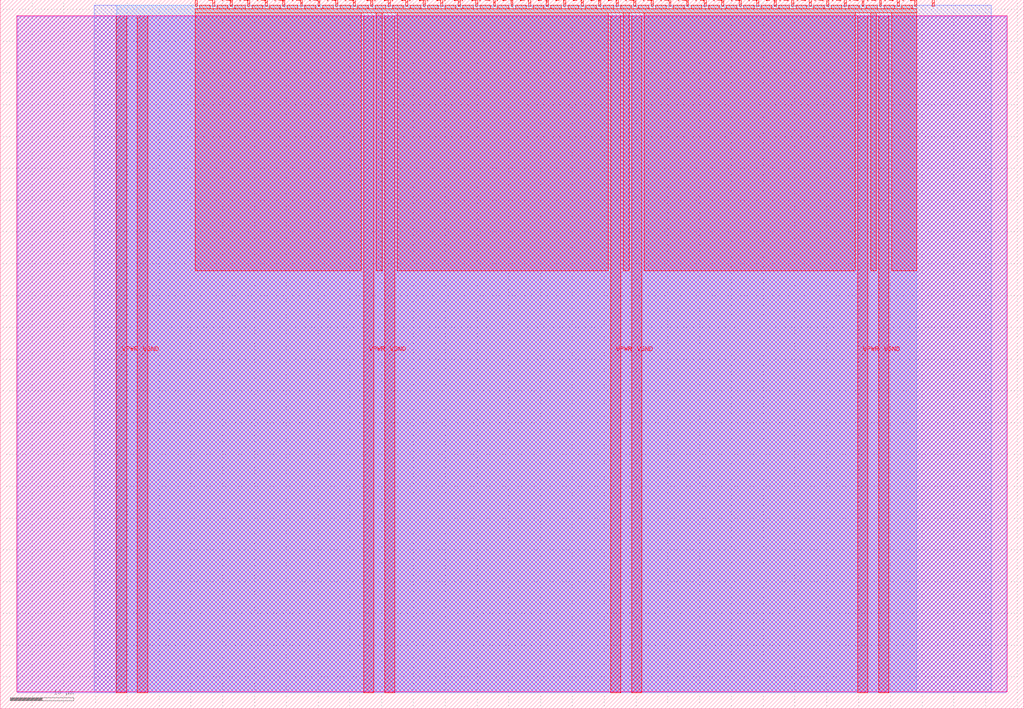
<source format=lef>
VERSION 5.7 ;
  NOWIREEXTENSIONATPIN ON ;
  DIVIDERCHAR "/" ;
  BUSBITCHARS "[]" ;
MACRO tt_um_tappu_tobias1012
  CLASS BLOCK ;
  FOREIGN tt_um_tappu_tobias1012 ;
  ORIGIN 0.000 0.000 ;
  SIZE 161.000 BY 111.520 ;
  PIN VGND
    DIRECTION INOUT ;
    USE GROUND ;
    PORT
      LAYER met4 ;
        RECT 21.580 2.480 23.180 109.040 ;
    END
    PORT
      LAYER met4 ;
        RECT 60.450 2.480 62.050 109.040 ;
    END
    PORT
      LAYER met4 ;
        RECT 99.320 2.480 100.920 109.040 ;
    END
    PORT
      LAYER met4 ;
        RECT 138.190 2.480 139.790 109.040 ;
    END
  END VGND
  PIN VPWR
    DIRECTION INOUT ;
    USE POWER ;
    PORT
      LAYER met4 ;
        RECT 18.280 2.480 19.880 109.040 ;
    END
    PORT
      LAYER met4 ;
        RECT 57.150 2.480 58.750 109.040 ;
    END
    PORT
      LAYER met4 ;
        RECT 96.020 2.480 97.620 109.040 ;
    END
    PORT
      LAYER met4 ;
        RECT 134.890 2.480 136.490 109.040 ;
    END
  END VPWR
  PIN clk
    DIRECTION INPUT ;
    USE SIGNAL ;
    ANTENNAGATEAREA 0.852000 ;
    PORT
      LAYER met4 ;
        RECT 143.830 110.520 144.130 111.520 ;
    END
  END clk
  PIN ena
    DIRECTION INPUT ;
    USE SIGNAL ;
    PORT
      LAYER met4 ;
        RECT 146.590 110.520 146.890 111.520 ;
    END
  END ena
  PIN rst_n
    DIRECTION INPUT ;
    USE SIGNAL ;
    ANTENNAGATEAREA 0.196500 ;
    PORT
      LAYER met4 ;
        RECT 141.070 110.520 141.370 111.520 ;
    END
  END rst_n
  PIN ui_in[0]
    DIRECTION INPUT ;
    USE SIGNAL ;
    PORT
      LAYER met4 ;
        RECT 138.310 110.520 138.610 111.520 ;
    END
  END ui_in[0]
  PIN ui_in[1]
    DIRECTION INPUT ;
    USE SIGNAL ;
    PORT
      LAYER met4 ;
        RECT 135.550 110.520 135.850 111.520 ;
    END
  END ui_in[1]
  PIN ui_in[2]
    DIRECTION INPUT ;
    USE SIGNAL ;
    PORT
      LAYER met4 ;
        RECT 132.790 110.520 133.090 111.520 ;
    END
  END ui_in[2]
  PIN ui_in[3]
    DIRECTION INPUT ;
    USE SIGNAL ;
    PORT
      LAYER met4 ;
        RECT 130.030 110.520 130.330 111.520 ;
    END
  END ui_in[3]
  PIN ui_in[4]
    DIRECTION INPUT ;
    USE SIGNAL ;
    PORT
      LAYER met4 ;
        RECT 127.270 110.520 127.570 111.520 ;
    END
  END ui_in[4]
  PIN ui_in[5]
    DIRECTION INPUT ;
    USE SIGNAL ;
    PORT
      LAYER met4 ;
        RECT 124.510 110.520 124.810 111.520 ;
    END
  END ui_in[5]
  PIN ui_in[6]
    DIRECTION INPUT ;
    USE SIGNAL ;
    PORT
      LAYER met4 ;
        RECT 121.750 110.520 122.050 111.520 ;
    END
  END ui_in[6]
  PIN ui_in[7]
    DIRECTION INPUT ;
    USE SIGNAL ;
    PORT
      LAYER met4 ;
        RECT 118.990 110.520 119.290 111.520 ;
    END
  END ui_in[7]
  PIN uio_in[0]
    DIRECTION INPUT ;
    USE SIGNAL ;
    PORT
      LAYER met4 ;
        RECT 116.230 110.520 116.530 111.520 ;
    END
  END uio_in[0]
  PIN uio_in[1]
    DIRECTION INPUT ;
    USE SIGNAL ;
    PORT
      LAYER met4 ;
        RECT 113.470 110.520 113.770 111.520 ;
    END
  END uio_in[1]
  PIN uio_in[2]
    DIRECTION INPUT ;
    USE SIGNAL ;
    PORT
      LAYER met4 ;
        RECT 110.710 110.520 111.010 111.520 ;
    END
  END uio_in[2]
  PIN uio_in[3]
    DIRECTION INPUT ;
    USE SIGNAL ;
    PORT
      LAYER met4 ;
        RECT 107.950 110.520 108.250 111.520 ;
    END
  END uio_in[3]
  PIN uio_in[4]
    DIRECTION INPUT ;
    USE SIGNAL ;
    PORT
      LAYER met4 ;
        RECT 105.190 110.520 105.490 111.520 ;
    END
  END uio_in[4]
  PIN uio_in[5]
    DIRECTION INPUT ;
    USE SIGNAL ;
    PORT
      LAYER met4 ;
        RECT 102.430 110.520 102.730 111.520 ;
    END
  END uio_in[5]
  PIN uio_in[6]
    DIRECTION INPUT ;
    USE SIGNAL ;
    PORT
      LAYER met4 ;
        RECT 99.670 110.520 99.970 111.520 ;
    END
  END uio_in[6]
  PIN uio_in[7]
    DIRECTION INPUT ;
    USE SIGNAL ;
    PORT
      LAYER met4 ;
        RECT 96.910 110.520 97.210 111.520 ;
    END
  END uio_in[7]
  PIN uio_oe[0]
    DIRECTION OUTPUT ;
    USE SIGNAL ;
    PORT
      LAYER met4 ;
        RECT 49.990 110.520 50.290 111.520 ;
    END
  END uio_oe[0]
  PIN uio_oe[1]
    DIRECTION OUTPUT ;
    USE SIGNAL ;
    PORT
      LAYER met4 ;
        RECT 47.230 110.520 47.530 111.520 ;
    END
  END uio_oe[1]
  PIN uio_oe[2]
    DIRECTION OUTPUT ;
    USE SIGNAL ;
    PORT
      LAYER met4 ;
        RECT 44.470 110.520 44.770 111.520 ;
    END
  END uio_oe[2]
  PIN uio_oe[3]
    DIRECTION OUTPUT ;
    USE SIGNAL ;
    PORT
      LAYER met4 ;
        RECT 41.710 110.520 42.010 111.520 ;
    END
  END uio_oe[3]
  PIN uio_oe[4]
    DIRECTION OUTPUT ;
    USE SIGNAL ;
    PORT
      LAYER met4 ;
        RECT 38.950 110.520 39.250 111.520 ;
    END
  END uio_oe[4]
  PIN uio_oe[5]
    DIRECTION OUTPUT ;
    USE SIGNAL ;
    PORT
      LAYER met4 ;
        RECT 36.190 110.520 36.490 111.520 ;
    END
  END uio_oe[5]
  PIN uio_oe[6]
    DIRECTION OUTPUT ;
    USE SIGNAL ;
    PORT
      LAYER met4 ;
        RECT 33.430 110.520 33.730 111.520 ;
    END
  END uio_oe[6]
  PIN uio_oe[7]
    DIRECTION OUTPUT ;
    USE SIGNAL ;
    PORT
      LAYER met4 ;
        RECT 30.670 110.520 30.970 111.520 ;
    END
  END uio_oe[7]
  PIN uio_out[0]
    DIRECTION OUTPUT ;
    USE SIGNAL ;
    PORT
      LAYER met4 ;
        RECT 72.070 110.520 72.370 111.520 ;
    END
  END uio_out[0]
  PIN uio_out[1]
    DIRECTION OUTPUT ;
    USE SIGNAL ;
    PORT
      LAYER met4 ;
        RECT 69.310 110.520 69.610 111.520 ;
    END
  END uio_out[1]
  PIN uio_out[2]
    DIRECTION OUTPUT ;
    USE SIGNAL ;
    PORT
      LAYER met4 ;
        RECT 66.550 110.520 66.850 111.520 ;
    END
  END uio_out[2]
  PIN uio_out[3]
    DIRECTION OUTPUT ;
    USE SIGNAL ;
    PORT
      LAYER met4 ;
        RECT 63.790 110.520 64.090 111.520 ;
    END
  END uio_out[3]
  PIN uio_out[4]
    DIRECTION OUTPUT ;
    USE SIGNAL ;
    PORT
      LAYER met4 ;
        RECT 61.030 110.520 61.330 111.520 ;
    END
  END uio_out[4]
  PIN uio_out[5]
    DIRECTION OUTPUT ;
    USE SIGNAL ;
    PORT
      LAYER met4 ;
        RECT 58.270 110.520 58.570 111.520 ;
    END
  END uio_out[5]
  PIN uio_out[6]
    DIRECTION OUTPUT ;
    USE SIGNAL ;
    PORT
      LAYER met4 ;
        RECT 55.510 110.520 55.810 111.520 ;
    END
  END uio_out[6]
  PIN uio_out[7]
    DIRECTION OUTPUT ;
    USE SIGNAL ;
    PORT
      LAYER met4 ;
        RECT 52.750 110.520 53.050 111.520 ;
    END
  END uio_out[7]
  PIN uo_out[0]
    DIRECTION OUTPUT ;
    USE SIGNAL ;
    ANTENNAGATEAREA 0.126000 ;
    ANTENNADIFFAREA 0.445500 ;
    PORT
      LAYER met4 ;
        RECT 94.150 110.520 94.450 111.520 ;
    END
  END uo_out[0]
  PIN uo_out[1]
    DIRECTION OUTPUT ;
    USE SIGNAL ;
    ANTENNAGATEAREA 0.126000 ;
    ANTENNADIFFAREA 0.445500 ;
    PORT
      LAYER met4 ;
        RECT 91.390 110.520 91.690 111.520 ;
    END
  END uo_out[1]
  PIN uo_out[2]
    DIRECTION OUTPUT ;
    USE SIGNAL ;
    ANTENNAGATEAREA 0.126000 ;
    ANTENNADIFFAREA 0.445500 ;
    PORT
      LAYER met4 ;
        RECT 88.630 110.520 88.930 111.520 ;
    END
  END uo_out[2]
  PIN uo_out[3]
    DIRECTION OUTPUT ;
    USE SIGNAL ;
    ANTENNAGATEAREA 0.126000 ;
    ANTENNADIFFAREA 0.445500 ;
    PORT
      LAYER met4 ;
        RECT 85.870 110.520 86.170 111.520 ;
    END
  END uo_out[3]
  PIN uo_out[4]
    DIRECTION OUTPUT ;
    USE SIGNAL ;
    ANTENNAGATEAREA 0.126000 ;
    ANTENNADIFFAREA 0.445500 ;
    PORT
      LAYER met4 ;
        RECT 83.110 110.520 83.410 111.520 ;
    END
  END uo_out[4]
  PIN uo_out[5]
    DIRECTION OUTPUT ;
    USE SIGNAL ;
    ANTENNAGATEAREA 0.126000 ;
    ANTENNADIFFAREA 0.445500 ;
    PORT
      LAYER met4 ;
        RECT 80.350 110.520 80.650 111.520 ;
    END
  END uo_out[5]
  PIN uo_out[6]
    DIRECTION OUTPUT ;
    USE SIGNAL ;
    ANTENNAGATEAREA 0.126000 ;
    ANTENNADIFFAREA 0.445500 ;
    PORT
      LAYER met4 ;
        RECT 77.590 110.520 77.890 111.520 ;
    END
  END uo_out[6]
  PIN uo_out[7]
    DIRECTION OUTPUT ;
    USE SIGNAL ;
    ANTENNAGATEAREA 0.126000 ;
    ANTENNADIFFAREA 0.445500 ;
    PORT
      LAYER met4 ;
        RECT 74.830 110.520 75.130 111.520 ;
    END
  END uo_out[7]
  OBS
      LAYER nwell ;
        RECT 2.570 2.635 158.430 108.990 ;
      LAYER li1 ;
        RECT 2.760 2.635 158.240 108.885 ;
      LAYER met1 ;
        RECT 2.760 2.480 158.240 109.040 ;
      LAYER met2 ;
        RECT 14.820 2.535 155.840 110.685 ;
      LAYER met3 ;
        RECT 18.290 2.555 144.170 110.665 ;
      LAYER met4 ;
        RECT 31.370 110.120 33.030 110.665 ;
        RECT 34.130 110.120 35.790 110.665 ;
        RECT 36.890 110.120 38.550 110.665 ;
        RECT 39.650 110.120 41.310 110.665 ;
        RECT 42.410 110.120 44.070 110.665 ;
        RECT 45.170 110.120 46.830 110.665 ;
        RECT 47.930 110.120 49.590 110.665 ;
        RECT 50.690 110.120 52.350 110.665 ;
        RECT 53.450 110.120 55.110 110.665 ;
        RECT 56.210 110.120 57.870 110.665 ;
        RECT 58.970 110.120 60.630 110.665 ;
        RECT 61.730 110.120 63.390 110.665 ;
        RECT 64.490 110.120 66.150 110.665 ;
        RECT 67.250 110.120 68.910 110.665 ;
        RECT 70.010 110.120 71.670 110.665 ;
        RECT 72.770 110.120 74.430 110.665 ;
        RECT 75.530 110.120 77.190 110.665 ;
        RECT 78.290 110.120 79.950 110.665 ;
        RECT 81.050 110.120 82.710 110.665 ;
        RECT 83.810 110.120 85.470 110.665 ;
        RECT 86.570 110.120 88.230 110.665 ;
        RECT 89.330 110.120 90.990 110.665 ;
        RECT 92.090 110.120 93.750 110.665 ;
        RECT 94.850 110.120 96.510 110.665 ;
        RECT 97.610 110.120 99.270 110.665 ;
        RECT 100.370 110.120 102.030 110.665 ;
        RECT 103.130 110.120 104.790 110.665 ;
        RECT 105.890 110.120 107.550 110.665 ;
        RECT 108.650 110.120 110.310 110.665 ;
        RECT 111.410 110.120 113.070 110.665 ;
        RECT 114.170 110.120 115.830 110.665 ;
        RECT 116.930 110.120 118.590 110.665 ;
        RECT 119.690 110.120 121.350 110.665 ;
        RECT 122.450 110.120 124.110 110.665 ;
        RECT 125.210 110.120 126.870 110.665 ;
        RECT 127.970 110.120 129.630 110.665 ;
        RECT 130.730 110.120 132.390 110.665 ;
        RECT 133.490 110.120 135.150 110.665 ;
        RECT 136.250 110.120 137.910 110.665 ;
        RECT 139.010 110.120 140.670 110.665 ;
        RECT 141.770 110.120 143.430 110.665 ;
        RECT 30.655 109.440 144.145 110.120 ;
        RECT 30.655 68.855 56.750 109.440 ;
        RECT 59.150 68.855 60.050 109.440 ;
        RECT 62.450 68.855 95.620 109.440 ;
        RECT 98.020 68.855 98.920 109.440 ;
        RECT 101.320 68.855 134.490 109.440 ;
        RECT 136.890 68.855 137.790 109.440 ;
        RECT 140.190 68.855 144.145 109.440 ;
  END
END tt_um_tappu_tobias1012
END LIBRARY


</source>
